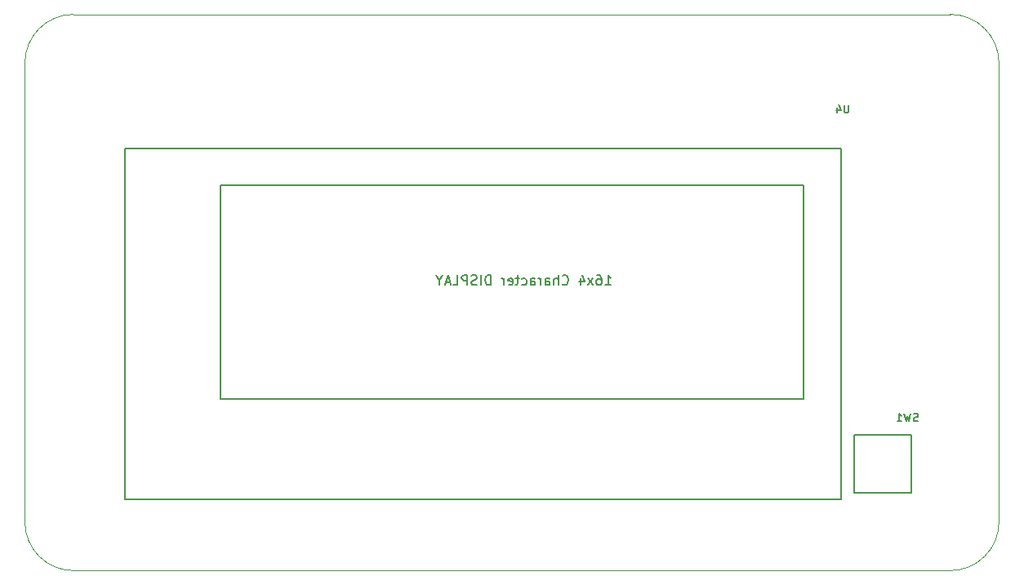
<source format=gbo>
G04 #@! TF.FileFunction,Legend,Bot*
%FSLAX46Y46*%
G04 Gerber Fmt 4.6, Leading zero omitted, Abs format (unit mm)*
G04 Created by KiCad (PCBNEW (2015-01-16 BZR 5376)-product) date 17/05/2015 14:23:26*
%MOMM*%
G01*
G04 APERTURE LIST*
%ADD10C,0.150000*%
%ADD11C,0.100000*%
%ADD12C,0.200000*%
G04 APERTURE END LIST*
D10*
D11*
X89249784Y-123120874D02*
X89249784Y-75495874D01*
X89249784Y-123120874D02*
G75*
G03X94298222Y-128169312I5048438J0D01*
G01*
X185201346Y-128169312D02*
X94298222Y-128169312D01*
X185201346Y-128169312D02*
G75*
G03X190249784Y-123120874I0J5048438D01*
G01*
X190249784Y-75495874D02*
X190249784Y-123120874D01*
X190249784Y-75495874D02*
G75*
G03X185201346Y-70447436I-5048438J0D01*
G01*
X94298222Y-70447436D02*
X185201346Y-70447436D01*
X94298222Y-70447436D02*
G75*
G03X89249784Y-75495874I0J-5048438D01*
G01*
D10*
X175200800Y-120123960D02*
X181200800Y-120123960D01*
X181200800Y-120123960D02*
X181200800Y-114123960D01*
X181200800Y-114123960D02*
X175200800Y-114123960D01*
X175200800Y-114123960D02*
X175200800Y-120123960D01*
X170000000Y-88220000D02*
X109500000Y-88220000D01*
X109500000Y-88220000D02*
X109500000Y-110400000D01*
X170000000Y-110400000D02*
X109500000Y-110400000D01*
X170000000Y-88220000D02*
X170000000Y-110400000D01*
X173900000Y-84360000D02*
X99600000Y-84360000D01*
X99600000Y-84360000D02*
X99600000Y-120760000D01*
X173900000Y-120760000D02*
X99600000Y-120760000D01*
X173900000Y-84360000D02*
X173900000Y-120760000D01*
D12*
X181836667Y-112646328D02*
X181722381Y-112684423D01*
X181531905Y-112684423D01*
X181455715Y-112646328D01*
X181417619Y-112608232D01*
X181379524Y-112532042D01*
X181379524Y-112455851D01*
X181417619Y-112379661D01*
X181455715Y-112341566D01*
X181531905Y-112303470D01*
X181684286Y-112265375D01*
X181760477Y-112227280D01*
X181798572Y-112189185D01*
X181836667Y-112112994D01*
X181836667Y-112036804D01*
X181798572Y-111960613D01*
X181760477Y-111922518D01*
X181684286Y-111884423D01*
X181493810Y-111884423D01*
X181379524Y-111922518D01*
X181112857Y-111884423D02*
X180922381Y-112684423D01*
X180770000Y-112112994D01*
X180617619Y-112684423D01*
X180427143Y-111884423D01*
X179703333Y-112684423D02*
X180160476Y-112684423D01*
X179931905Y-112684423D02*
X179931905Y-111884423D01*
X180008095Y-111998708D01*
X180084286Y-112074899D01*
X180160476Y-112112994D01*
X174649524Y-79851905D02*
X174649524Y-80499524D01*
X174611429Y-80575714D01*
X174573333Y-80613810D01*
X174497143Y-80651905D01*
X174344762Y-80651905D01*
X174268571Y-80613810D01*
X174230476Y-80575714D01*
X174192381Y-80499524D01*
X174192381Y-79851905D01*
X173468572Y-80118571D02*
X173468572Y-80651905D01*
X173659048Y-79813810D02*
X173849524Y-80385238D01*
X173354286Y-80385238D01*
D10*
X149448572Y-98522381D02*
X150020001Y-98522381D01*
X149734287Y-98522381D02*
X149734287Y-97522381D01*
X149829525Y-97665238D01*
X149924763Y-97760476D01*
X150020001Y-97808095D01*
X148591429Y-97522381D02*
X148781906Y-97522381D01*
X148877144Y-97570000D01*
X148924763Y-97617619D01*
X149020001Y-97760476D01*
X149067620Y-97950952D01*
X149067620Y-98331905D01*
X149020001Y-98427143D01*
X148972382Y-98474762D01*
X148877144Y-98522381D01*
X148686667Y-98522381D01*
X148591429Y-98474762D01*
X148543810Y-98427143D01*
X148496191Y-98331905D01*
X148496191Y-98093810D01*
X148543810Y-97998571D01*
X148591429Y-97950952D01*
X148686667Y-97903333D01*
X148877144Y-97903333D01*
X148972382Y-97950952D01*
X149020001Y-97998571D01*
X149067620Y-98093810D01*
X148162858Y-98522381D02*
X147639048Y-97855714D01*
X148162858Y-97855714D02*
X147639048Y-98522381D01*
X146829524Y-97855714D02*
X146829524Y-98522381D01*
X147067620Y-97474762D02*
X147305715Y-98189048D01*
X146686667Y-98189048D01*
X144972381Y-98427143D02*
X145020000Y-98474762D01*
X145162857Y-98522381D01*
X145258095Y-98522381D01*
X145400953Y-98474762D01*
X145496191Y-98379524D01*
X145543810Y-98284286D01*
X145591429Y-98093810D01*
X145591429Y-97950952D01*
X145543810Y-97760476D01*
X145496191Y-97665238D01*
X145400953Y-97570000D01*
X145258095Y-97522381D01*
X145162857Y-97522381D01*
X145020000Y-97570000D01*
X144972381Y-97617619D01*
X144543810Y-98522381D02*
X144543810Y-97522381D01*
X144115238Y-98522381D02*
X144115238Y-97998571D01*
X144162857Y-97903333D01*
X144258095Y-97855714D01*
X144400953Y-97855714D01*
X144496191Y-97903333D01*
X144543810Y-97950952D01*
X143210476Y-98522381D02*
X143210476Y-97998571D01*
X143258095Y-97903333D01*
X143353333Y-97855714D01*
X143543810Y-97855714D01*
X143639048Y-97903333D01*
X143210476Y-98474762D02*
X143305714Y-98522381D01*
X143543810Y-98522381D01*
X143639048Y-98474762D01*
X143686667Y-98379524D01*
X143686667Y-98284286D01*
X143639048Y-98189048D01*
X143543810Y-98141429D01*
X143305714Y-98141429D01*
X143210476Y-98093810D01*
X142734286Y-98522381D02*
X142734286Y-97855714D01*
X142734286Y-98046190D02*
X142686667Y-97950952D01*
X142639048Y-97903333D01*
X142543810Y-97855714D01*
X142448571Y-97855714D01*
X141686666Y-98522381D02*
X141686666Y-97998571D01*
X141734285Y-97903333D01*
X141829523Y-97855714D01*
X142020000Y-97855714D01*
X142115238Y-97903333D01*
X141686666Y-98474762D02*
X141781904Y-98522381D01*
X142020000Y-98522381D01*
X142115238Y-98474762D01*
X142162857Y-98379524D01*
X142162857Y-98284286D01*
X142115238Y-98189048D01*
X142020000Y-98141429D01*
X141781904Y-98141429D01*
X141686666Y-98093810D01*
X140781904Y-98474762D02*
X140877142Y-98522381D01*
X141067619Y-98522381D01*
X141162857Y-98474762D01*
X141210476Y-98427143D01*
X141258095Y-98331905D01*
X141258095Y-98046190D01*
X141210476Y-97950952D01*
X141162857Y-97903333D01*
X141067619Y-97855714D01*
X140877142Y-97855714D01*
X140781904Y-97903333D01*
X140496190Y-97855714D02*
X140115238Y-97855714D01*
X140353333Y-97522381D02*
X140353333Y-98379524D01*
X140305714Y-98474762D01*
X140210476Y-98522381D01*
X140115238Y-98522381D01*
X139400951Y-98474762D02*
X139496189Y-98522381D01*
X139686666Y-98522381D01*
X139781904Y-98474762D01*
X139829523Y-98379524D01*
X139829523Y-97998571D01*
X139781904Y-97903333D01*
X139686666Y-97855714D01*
X139496189Y-97855714D01*
X139400951Y-97903333D01*
X139353332Y-97998571D01*
X139353332Y-98093810D01*
X139829523Y-98189048D01*
X138924761Y-98522381D02*
X138924761Y-97855714D01*
X138924761Y-98046190D02*
X138877142Y-97950952D01*
X138829523Y-97903333D01*
X138734285Y-97855714D01*
X138639046Y-97855714D01*
X137543808Y-98522381D02*
X137543808Y-97522381D01*
X137305713Y-97522381D01*
X137162855Y-97570000D01*
X137067617Y-97665238D01*
X137019998Y-97760476D01*
X136972379Y-97950952D01*
X136972379Y-98093810D01*
X137019998Y-98284286D01*
X137067617Y-98379524D01*
X137162855Y-98474762D01*
X137305713Y-98522381D01*
X137543808Y-98522381D01*
X136543808Y-98522381D02*
X136543808Y-97522381D01*
X136115237Y-98474762D02*
X135972380Y-98522381D01*
X135734284Y-98522381D01*
X135639046Y-98474762D01*
X135591427Y-98427143D01*
X135543808Y-98331905D01*
X135543808Y-98236667D01*
X135591427Y-98141429D01*
X135639046Y-98093810D01*
X135734284Y-98046190D01*
X135924761Y-97998571D01*
X136019999Y-97950952D01*
X136067618Y-97903333D01*
X136115237Y-97808095D01*
X136115237Y-97712857D01*
X136067618Y-97617619D01*
X136019999Y-97570000D01*
X135924761Y-97522381D01*
X135686665Y-97522381D01*
X135543808Y-97570000D01*
X135115237Y-98522381D02*
X135115237Y-97522381D01*
X134734284Y-97522381D01*
X134639046Y-97570000D01*
X134591427Y-97617619D01*
X134543808Y-97712857D01*
X134543808Y-97855714D01*
X134591427Y-97950952D01*
X134639046Y-97998571D01*
X134734284Y-98046190D01*
X135115237Y-98046190D01*
X133639046Y-98522381D02*
X134115237Y-98522381D01*
X134115237Y-97522381D01*
X133353332Y-98236667D02*
X132877141Y-98236667D01*
X133448570Y-98522381D02*
X133115237Y-97522381D01*
X132781903Y-98522381D01*
X132258094Y-98046190D02*
X132258094Y-98522381D01*
X132591427Y-97522381D02*
X132258094Y-98046190D01*
X131924760Y-97522381D01*
M02*

</source>
